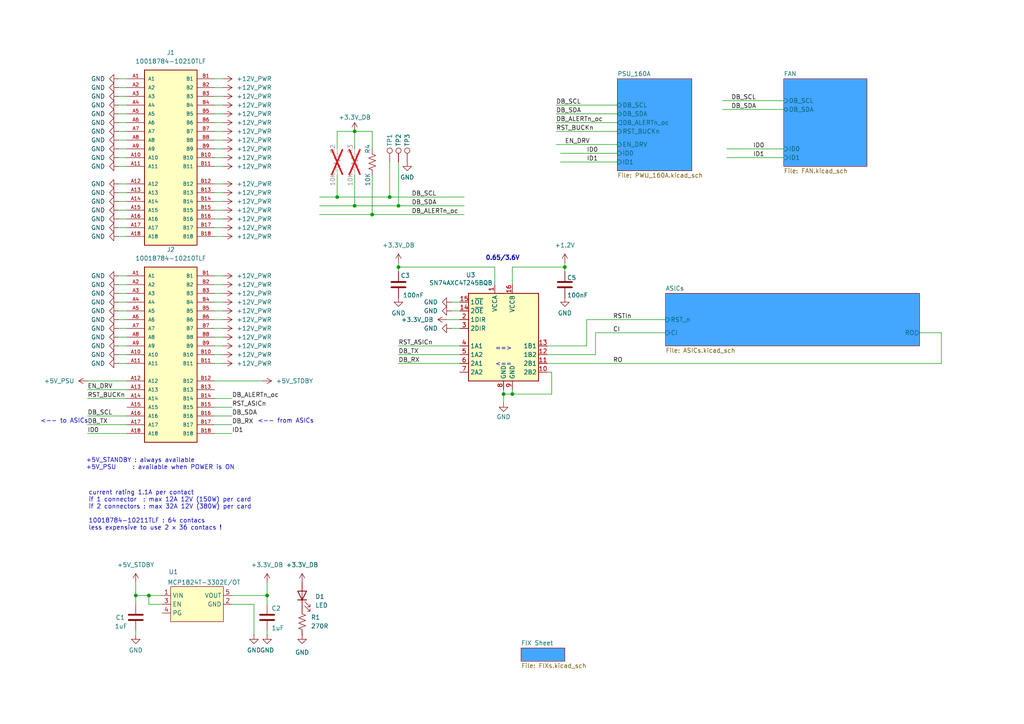
<source format=kicad_sch>
(kicad_sch (version 20231120) (generator "eeschema") (generator_version "8.0")
  (paper "A4")
  (lib_symbols
    (symbol "10018784-10210TLF:10018784-10210TLF" (pin_names (offset 1.016))
      (property "Reference" "J" (at -7.6109 26.1679 0))
      (property "Value" "10018784-10210TLF" (at -7.6106 -28.0246 0))
      (symbol "10018784-10210TLF_0_0"
        (rectangle (start -7.62 -25.4) (end 7.62 25.4) (stroke (width 0.254)) (fill (type background)))
        (pin passive line (at -12.7 22.86 0) (length 5.08) (name "A1") (number "A1"))
        (pin passive line (at -12.7 0 0) (length 5.08) (name "A10") (number "A10"))
        (pin passive line (at -12.7 -2.54 0) (length 5.08) (name "A11") (number "A11"))
        (pin passive line (at -12.7 -7.62 0) (length 5.08) (name "A12") (number "A12"))
        (pin passive line (at -12.7 -10.16 0) (length 5.08) (name "A13") (number "A13"))
        (pin passive line (at -12.7 -12.7 0) (length 5.08) (name "A14") (number "A14"))
        (pin passive line (at -12.7 -15.24 0) (length 5.08) (name "A15") (number "A15"))
        (pin passive line (at -12.7 -17.78 0) (length 5.08) (name "A16") (number "A16"))
        (pin passive line (at -12.7 -20.32 0) (length 5.08) (name "A17") (number "A17"))
        (pin passive line (at -12.7 -22.86 0) (length 5.08) (name "A18") (number "A18"))
        (pin passive line (at -12.7 20.32 0) (length 5.08) (name "A2") (number "A2"))
        (pin passive line (at -12.7 17.78 0) (length 5.08) (name "A3") (number "A3"))
        (pin passive line (at -12.7 15.24 0) (length 5.08) (name "A4") (number "A4"))
        (pin passive line (at -12.7 12.7 0) (length 5.08) (name "A5") (number "A5"))
        (pin passive line (at -12.7 10.16 0) (length 5.08) (name "A6") (number "A6"))
        (pin passive line (at -12.7 7.62 0) (length 5.08) (name "A7") (number "A7"))
        (pin passive line (at -12.7 5.08 0) (length 5.08) (name "A8") (number "A8"))
        (pin passive line (at -12.7 2.54 0) (length 5.08) (name "A9") (number "A9"))
        (pin passive line (at 12.7 22.86 180) (length 5.08) (name "B1") (number "B1"))
        (pin passive line (at 12.7 0 180) (length 5.08) (name "B10") (number "B10"))
        (pin passive line (at 12.7 -2.54 180) (length 5.08) (name "B11") (number "B11"))
        (pin passive line (at 12.7 -7.62 180) (length 5.08) (name "B12") (number "B12"))
        (pin passive line (at 12.7 -10.16 180) (length 5.08) (name "B13") (number "B13"))
        (pin passive line (at 12.7 -12.7 180) (length 5.08) (name "B14") (number "B14"))
        (pin passive line (at 12.7 -15.24 180) (length 5.08) (name "B15") (number "B15"))
        (pin passive line (at 12.7 -17.78 180) (length 5.08) (name "B16") (number "B16"))
        (pin passive line (at 12.7 -20.32 180) (length 5.08) (name "B17") (number "B17"))
        (pin passive line (at 12.7 -22.86 180) (length 5.08) (name "B18") (number "B18"))
        (pin passive line (at 12.7 20.32 180) (length 5.08) (name "B2") (number "B2"))
        (pin passive line (at 12.7 17.78 180) (length 5.08) (name "B3") (number "B3"))
        (pin passive line (at 12.7 15.24 180) (length 5.08) (name "B4") (number "B4"))
        (pin passive line (at 12.7 12.7 180) (length 5.08) (name "B5") (number "B5"))
        (pin passive line (at 12.7 10.16 180) (length 5.08) (name "B6") (number "B6"))
        (pin passive line (at 12.7 7.62 180) (length 5.08) (name "B7") (number "B7"))
        (pin passive line (at 12.7 5.08 180) (length 5.08) (name "B8") (number "B8"))
        (pin passive line (at 12.7 2.54 180) (length 5.08) (name "B9") (number "B9"))
      )
    )
    (symbol "Connector:TestPoint" (pin_numbers hide) (pin_names (offset 0.762) hide)
      (property "Reference" "TP" (at 0 6.858 0))
      (property "Value" "TestPoint" (at 0 5.08 0))
      (symbol "TestPoint_0_1"
        (circle (center 0 3.302) (radius 0.762))
      )
      (symbol "TestPoint_1_1"
        (pin passive line (at 0 0 90) (length 2.54) (name "1") (number "1"))
      )
    )
    (symbol "Device:C" (pin_numbers hide) (pin_names (offset 0.254))
      (property "Reference" "C" (at 0.635 2.54 0))
      (property "Value" "C" (at 0.635 -2.54 0))
      (symbol "C_0_1"
        (polyline (pts (xy -2.032 -0.762) (xy 2.032 -0.762)) (stroke (width 0.508)))
        (polyline (pts (xy -2.032 0.762) (xy 2.032 0.762)) (stroke (width 0.508)))
      )
      (symbol "C_1_1"
        (pin passive line (at 0 3.81 270) (length 2.794) (name "~") (number "1"))
        (pin passive line (at 0 -3.81 90) (length 2.794) (name "~") (number "2"))
      )
    )
    (symbol "Device:LED" (pin_numbers hide) (pin_names (offset 1.016) hide)
      (property "Reference" "D" (at 0 2.54 0))
      (property "Value" "LED" (at 0 -2.54 0))
      (symbol "LED_0_1"
        (polyline (pts (xy -1.27 -1.27) (xy -1.27 1.27)) (stroke (width 0.254)))
        (polyline (pts (xy -1.27 0) (xy 1.27 0)))
        (polyline (pts (xy 1.27 -1.27) (xy 1.27 1.27) (xy -1.27 0) (xy 1.27 -1.27)) (stroke (width 0.254)))
        (polyline (pts (xy -3.048 -0.762) (xy -4.572 -2.286) (xy -3.81 -2.286) (xy -4.572 -2.286) (xy -4.572 -1.524)))
        (polyline (pts (xy -1.778 -0.762) (xy -3.302 -2.286) (xy -2.54 -2.286) (xy -3.302 -2.286) (xy -3.302 -1.524)))
      )
      (symbol "LED_1_1"
        (pin passive line (at -3.81 0 0) (length 2.54) (name "K") (number "1"))
        (pin passive line (at 3.81 0 180) (length 2.54) (name "A") (number "2"))
      )
    )
    (symbol "Device:R_US" (pin_numbers hide) (pin_names (offset 0))
      (property "Reference" "R" (at 2.54 0 90))
      (property "Value" "R_US" (at -2.54 0 90))
      (symbol "R_US_0_1"
        (polyline (pts (xy 0 -2.286) (xy 0 -2.54)))
        (polyline (pts (xy 0 2.286) (xy 0 2.54)))
        (polyline (pts (xy 0 -0.762) (xy 1.016 -1.143) (xy 0 -1.524) (xy -1.016 -1.905) (xy 0 -2.286)))
        (polyline (pts (xy 0 0.762) (xy 1.016 0.381) (xy 0 0) (xy -1.016 -0.381) (xy 0 -0.762)))
        (polyline (pts (xy 0 2.286) (xy 1.016 1.905) (xy 0 1.524) (xy -1.016 1.143) (xy 0 0.762)))
      )
      (symbol "R_US_1_1"
        (pin passive line (at 0 3.81 270) (length 1.27) (name "~") (number "1"))
        (pin passive line (at 0 -3.81 90) (length 1.27) (name "~") (number "2"))
      )
    )
    (symbol "EKO_Miner_ASIClib:SN74AXC4T245BQB"
      (property "Reference" "U" (at 6.604 16.002 0))
      (property "Value" "SN74AXC4T245BQB" (at 14.986 13.97 0))
      (symbol "SN74AXC4T245BQB_0_1"
        (rectangle (start -10.16 12.7) (end 10.16 -12.7) (stroke (width 0.254)) (fill (type background)))
      )
      (symbol "SN74AXC4T245BQB_1_1"
        (pin power_in line (at -2.54 15.24 270) (length 2.54) (name "VCCA") (number "1"))
        (pin bidirectional line (at 12.7 -10.16 180) (length 2.54) (name "2B2") (number "10"))
        (pin bidirectional line (at 12.7 -7.62 180) (length 2.54) (name "2B1") (number "11"))
        (pin bidirectional line (at 12.7 -5.08 180) (length 2.54) (name "1B2") (number "12"))
        (pin bidirectional line (at 12.7 -2.54 180) (length 2.54) (name "1B1") (number "13"))
        (pin input line (at -12.7 7.62 0) (length 2.54) (name "2~{OE}") (number "14"))
        (pin input line (at -12.7 10.16 0) (length 2.54) (name "1~{OE}") (number "15"))
        (pin power_in line (at 2.54 15.24 270) (length 2.54) (name "VCCB") (number "16"))
        (pin input line (at -12.7 5.08 0) (length 2.54) (name "1DIR") (number "2"))
        (pin input line (at -12.7 2.54 0) (length 2.54) (name "2DIR") (number "3"))
        (pin bidirectional line (at -12.7 -2.54 0) (length 2.54) (name "1A1") (number "4"))
        (pin bidirectional line (at -12.7 -5.08 0) (length 2.54) (name "1A2") (number "5"))
        (pin bidirectional line (at -12.7 -7.62 0) (length 2.54) (name "2A1") (number "6"))
        (pin bidirectional line (at -12.7 -10.16 0) (length 2.54) (name "2A2") (number "7"))
        (pin power_in line (at 0 -15.24 90) (length 2.54) (name "GND") (number "8"))
        (pin power_in line (at 2.54 -15.24 90) (length 2.54) (name "GND") (number "9"))
      )
    )
    (symbol "MCP1824_1"
      (property "Reference" "U" (at -7.62 5.08 0))
      (property "Value" "MCP1824_1" (at 5.08 5.08 0))
      (symbol "MCP1824_1_0_1"
        (rectangle (start -7.62 3.81) (end 7.62 -6.35) (stroke (width 0.1524)) (fill (type background)))
      )
      (symbol "MCP1824_1_1_0"
        (pin bidirectional line (at -10.16 1.27 0) (length 2.54) (name "VIN") (number "1"))
        (pin bidirectional line (at 10.16 -1.27 180) (length 2.54) (name "GND") (number "2"))
        (pin bidirectional line (at -10.16 -1.27 0) (length 2.54) (name "EN") (number "3"))
        (pin bidirectional line (at -10.16 -3.81 0) (length 2.54) (name "PG") (number "4"))
        (pin bidirectional line (at 10.16 1.27 180) (length 2.54) (name "VOUT") (number "5"))
      )
    )
    (symbol "power:+3.3V" (power) (pin_names (offset 0))
      (property "Value" "+3.3V" (at 0 3.556 0))
      (symbol "+3.3V_0_1"
        (polyline (pts (xy -0.762 1.27) (xy 0 2.54)))
        (polyline (pts (xy 0 0) (xy 0 2.54)))
        (polyline (pts (xy 0 2.54) (xy 0.762 1.27)))
      )
      (symbol "+3.3V_1_1"
        (pin power_in line (at 0 0 90) (length 0) hide (name "+3.3V") (number "1"))
      )
    )
    (symbol "power:GND" (power) (pin_numbers hide) (pin_names (offset 0) hide)
      (property "Value" "GND" (at 0 -3.81 0))
      (symbol "GND_0_1"
        (polyline (pts (xy 0 0) (xy 0 -1.27) (xy 1.27 -1.27) (xy 0 -2.54) (xy -1.27 -1.27) (xy 0 -1.27)))
      )
      (symbol "GND_1_1"
        (pin power_in line (at 0 0 270) (length 0) (name "~") (number "1"))
      )
    )
    (symbol "power:VDD" (power) (pin_numbers hide) (pin_names (offset 0) hide)
      (property "Value" "VDD" (at 0 3.556 0))
      (symbol "VDD_0_1"
        (polyline (pts (xy -0.762 1.27) (xy 0 2.54)))
        (polyline (pts (xy 0 0) (xy 0 2.54)))
        (polyline (pts (xy 0 2.54) (xy 0.762 1.27)))
      )
      (symbol "VDD_1_1"
        (pin power_in line (at 0 0 90) (length 0) (name "~") (number "1"))
      )
    )
  )
  (junction (at 97.79 57.15))
  (junction (at 102.87 38.1))
  (junction (at 146.05 114.3))
  (junction (at 115.57 77.47))
  (junction (at 107.95 62.23))
  (junction (at 115.57 59.69))
  (junction (at 39.37 172.72))
  (junction (at 77.47 172.72))
  (junction (at 102.87 59.69))
  (junction (at 163.83 77.47))
  (junction (at 113.03 57.15))
  (junction (at 43.18 172.72))
  (junction (at 148.59 114.3))
  (wire (pts (xy 92.71 57.15) (xy 97.79 57.15)))
  (wire (pts (xy 133.35 92.71) (xy 129.54 92.71)))
  (wire (pts (xy 115.57 102.87) (xy 133.35 102.87)))
  (wire (pts (xy 39.37 172.72) (xy 39.37 175.26)))
  (wire (pts (xy 62.23 33.02) (xy 64.77 33.02)))
  (wire (pts (xy 158.75 100.33) (xy 170.18 100.33)))
  (wire (pts (xy 107.95 62.23) (xy 134.62 62.23)))
  (wire (pts (xy 107.95 50.8) (xy 107.95 62.23)))
  (wire (pts (xy 62.23 43.18) (xy 64.77 43.18)))
  (wire (pts (xy 25.4 110.49) (xy 36.83 110.49)))
  (wire (pts (xy 25.4 120.65) (xy 36.83 120.65)))
  (wire (pts (xy 39.37 168.91) (xy 39.37 172.72)))
  (wire (pts (xy 34.29 102.87) (xy 36.83 102.87)))
  (wire (pts (xy 25.4 123.19) (xy 36.83 123.19)))
  (wire (pts (xy 64.77 92.71) (xy 62.23 92.71)))
  (wire (pts (xy 170.18 100.33) (xy 170.18 92.71)))
  (wire (pts (xy 62.23 60.96) (xy 64.77 60.96)))
  (wire (pts (xy 34.29 33.02) (xy 36.83 33.02)))
  (wire (pts (xy 209.55 29.21) (xy 227.33 29.21)))
  (wire (pts (xy 146.05 114.3) (xy 148.59 114.3)))
  (wire (pts (xy 34.29 100.33) (xy 36.83 100.33)))
  (wire (pts (xy 34.29 60.96) (xy 36.83 60.96)))
  (wire (pts (xy 273.05 105.41) (xy 273.05 96.52)))
  (wire (pts (xy 39.37 172.72) (xy 43.18 172.72)))
  (wire (pts (xy 34.29 87.63) (xy 36.83 87.63)))
  (wire (pts (xy 179.07 46.99) (xy 162.56 46.99)))
  (wire (pts (xy 64.77 87.63) (xy 62.23 87.63)))
  (wire (pts (xy 34.29 53.34) (xy 36.83 53.34)))
  (wire (pts (xy 43.18 172.72) (xy 46.99 172.72)))
  (wire (pts (xy 77.47 184.15) (xy 77.47 182.88)))
  (wire (pts (xy 34.29 45.72) (xy 36.83 45.72)))
  (wire (pts (xy 64.77 22.86) (xy 62.23 22.86)))
  (wire (pts (xy 34.29 55.88) (xy 36.83 55.88)))
  (wire (pts (xy 34.29 22.86) (xy 36.83 22.86)))
  (wire (pts (xy 113.03 57.15) (xy 134.62 57.15)))
  (wire (pts (xy 115.57 78.74) (xy 115.57 77.47)))
  (wire (pts (xy 34.29 40.64) (xy 36.83 40.64)))
  (wire (pts (xy 158.75 102.87) (xy 172.72 102.87)))
  (wire (pts (xy 73.66 184.15) (xy 73.66 175.26)))
  (wire (pts (xy 115.57 105.41) (xy 133.35 105.41)))
  (wire (pts (xy 97.79 38.1) (xy 102.87 38.1)))
  (wire (pts (xy 148.59 77.47) (xy 148.59 82.55)))
  (wire (pts (xy 163.83 78.74) (xy 163.83 77.47)))
  (wire (pts (xy 34.29 90.17) (xy 36.83 90.17)))
  (wire (pts (xy 34.29 38.1) (xy 36.83 38.1)))
  (wire (pts (xy 146.05 114.3) (xy 146.05 116.84)))
  (wire (pts (xy 34.29 35.56) (xy 36.83 35.56)))
  (wire (pts (xy 62.23 110.49) (xy 76.2 110.49)))
  (wire (pts (xy 158.75 107.95) (xy 160.02 107.95)))
  (wire (pts (xy 64.77 63.5) (xy 62.23 63.5)))
  (wire (pts (xy 148.59 114.3) (xy 160.02 114.3)))
  (wire (pts (xy 62.23 125.73) (xy 67.31 125.73)))
  (wire (pts (xy 64.77 30.48) (xy 62.23 30.48)))
  (wire (pts (xy 179.07 44.45) (xy 162.56 44.45)))
  (wire (pts (xy 64.77 45.72) (xy 62.23 45.72)))
  (wire (pts (xy 34.29 80.01) (xy 36.83 80.01)))
  (wire (pts (xy 115.57 46.99) (xy 115.57 59.69)))
  (wire (pts (xy 227.33 43.18) (xy 210.82 43.18)))
  (wire (pts (xy 34.29 27.94) (xy 36.83 27.94)))
  (wire (pts (xy 102.87 50.8) (xy 102.87 59.69)))
  (wire (pts (xy 161.29 30.48) (xy 179.07 30.48)))
  (wire (pts (xy 227.33 45.72) (xy 210.82 45.72)))
  (wire (pts (xy 62.23 25.4) (xy 64.77 25.4)))
  (wire (pts (xy 115.57 100.33) (xy 133.35 100.33)))
  (wire (pts (xy 102.87 38.1) (xy 102.87 43.18)))
  (wire (pts (xy 34.29 97.79) (xy 36.83 97.79)))
  (wire (pts (xy 64.77 58.42) (xy 62.23 58.42)))
  (wire (pts (xy 34.29 85.09) (xy 36.83 85.09)))
  (wire (pts (xy 62.23 90.17) (xy 64.77 90.17)))
  (wire (pts (xy 62.23 120.65) (xy 67.31 120.65)))
  (wire (pts (xy 115.57 77.47) (xy 115.57 76.2)))
  (wire (pts (xy 133.35 90.17) (xy 130.81 90.17)))
  (wire (pts (xy 64.77 97.79) (xy 62.23 97.79)))
  (wire (pts (xy 43.18 172.72) (xy 43.18 175.26)))
  (wire (pts (xy 77.47 172.72) (xy 77.47 175.26)))
  (wire (pts (xy 25.4 115.57) (xy 36.83 115.57)))
  (wire (pts (xy 64.77 40.64) (xy 62.23 40.64)))
  (wire (pts (xy 133.35 95.25) (xy 130.81 95.25)))
  (wire (pts (xy 102.87 59.69) (xy 115.57 59.69)))
  (wire (pts (xy 62.23 66.04) (xy 64.77 66.04)))
  (wire (pts (xy 62.23 115.57) (xy 67.31 115.57)))
  (wire (pts (xy 146.05 113.03) (xy 146.05 114.3)))
  (wire (pts (xy 34.29 82.55) (xy 36.83 82.55)))
  (wire (pts (xy 62.23 95.25) (xy 64.77 95.25)))
  (wire (pts (xy 34.29 43.18) (xy 36.83 43.18)))
  (wire (pts (xy 62.23 105.41) (xy 64.77 105.41)))
  (wire (pts (xy 97.79 43.18) (xy 97.79 38.1)))
  (wire (pts (xy 97.79 57.15) (xy 113.03 57.15)))
  (wire (pts (xy 64.77 53.34) (xy 62.23 53.34)))
  (wire (pts (xy 161.29 35.56) (xy 179.07 35.56)))
  (wire (pts (xy 170.18 92.71) (xy 193.04 92.71)))
  (wire (pts (xy 34.29 95.25) (xy 36.83 95.25)))
  (wire (pts (xy 64.77 35.56) (xy 62.23 35.56)))
  (wire (pts (xy 273.05 96.52) (xy 266.7 96.52)))
  (wire (pts (xy 34.29 58.42) (xy 36.83 58.42)))
  (wire (pts (xy 34.29 66.04) (xy 36.83 66.04)))
  (wire (pts (xy 115.57 77.47) (xy 143.51 77.47)))
  (wire (pts (xy 113.03 46.99) (xy 113.03 57.15)))
  (wire (pts (xy 73.66 175.26) (xy 67.31 175.26)))
  (wire (pts (xy 160.02 107.95) (xy 160.02 114.3)))
  (wire (pts (xy 62.23 118.11) (xy 67.31 118.11)))
  (wire (pts (xy 161.29 33.02) (xy 179.07 33.02)))
  (wire (pts (xy 172.72 96.52) (xy 193.04 96.52)))
  (wire (pts (xy 161.29 38.1) (xy 179.07 38.1)))
  (wire (pts (xy 64.77 68.58) (xy 62.23 68.58)))
  (wire (pts (xy 77.47 168.91) (xy 77.47 172.72)))
  (wire (pts (xy 34.29 48.26) (xy 36.83 48.26)))
  (wire (pts (xy 163.83 77.47) (xy 163.83 76.2)))
  (wire (pts (xy 148.59 113.03) (xy 148.59 114.3)))
  (wire (pts (xy 158.75 105.41) (xy 273.05 105.41)))
  (wire (pts (xy 143.51 82.55) (xy 143.51 77.47)))
  (wire (pts (xy 115.57 59.69) (xy 134.62 59.69)))
  (wire (pts (xy 62.23 100.33) (xy 64.77 100.33)))
  (wire (pts (xy 34.29 63.5) (xy 36.83 63.5)))
  (wire (pts (xy 148.59 77.47) (xy 163.83 77.47)))
  (wire (pts (xy 34.29 68.58) (xy 36.83 68.58)))
  (wire (pts (xy 25.4 125.73) (xy 36.83 125.73)))
  (wire (pts (xy 62.23 38.1) (xy 64.77 38.1)))
  (wire (pts (xy 34.29 92.71) (xy 36.83 92.71)))
  (wire (pts (xy 62.23 48.26) (xy 64.77 48.26)))
  (wire (pts (xy 97.79 50.8) (xy 97.79 57.15)))
  (wire (pts (xy 34.29 25.4) (xy 36.83 25.4)))
  (wire (pts (xy 25.4 113.03) (xy 36.83 113.03)))
  (wire (pts (xy 43.18 175.26) (xy 46.99 175.26)))
  (wire (pts (xy 62.23 82.55) (xy 64.77 82.55)))
  (wire (pts (xy 64.77 27.94) (xy 62.23 27.94)))
  (wire (pts (xy 62.23 55.88) (xy 64.77 55.88)))
  (wire (pts (xy 34.29 105.41) (xy 36.83 105.41)))
  (wire (pts (xy 172.72 102.87) (xy 172.72 96.52)))
  (wire (pts (xy 209.55 31.75) (xy 227.33 31.75)))
  (wire (pts (xy 92.71 62.23) (xy 107.95 62.23)))
  (wire (pts (xy 62.23 123.19) (xy 67.31 123.19)))
  (wire (pts (xy 64.77 85.09) (xy 62.23 85.09)))
  (wire (pts (xy 92.71 59.69) (xy 102.87 59.69)))
  (wire (pts (xy 161.29 41.91) (xy 179.07 41.91)))
  (wire (pts (xy 34.29 30.48) (xy 36.83 30.48)))
  (wire (pts (xy 107.95 38.1) (xy 107.95 43.18)))
  (wire (pts (xy 64.77 80.01) (xy 62.23 80.01)))
  (wire (pts (xy 64.77 102.87) (xy 62.23 102.87)))
  (wire (pts (xy 67.31 172.72) (xy 77.47 172.72)))
  (wire (pts (xy 39.37 184.15) (xy 39.37 182.88)))
  (wire (pts (xy 130.81 87.63) (xy 133.35 87.63)))
  (wire (pts (xy 102.87 38.1) (xy 107.95 38.1)))
  (text "<-- from ASICs" (at 74.676 122.174 0) (effects (font (size 1.27 1.27)) (justify left)))
  (text "==>" (at 146.05 101.092 0) (effects (font (size 1.27 1.27))))
  (text "0.65/3.6V" (at 145.796 74.93 0) (effects (font (size 1.27 1.27) (bold yes))))
  (text "<==" (at 146.05 105.664 0) (effects (font (size 1.27 1.27))))
  (text "<-- to ASICs" (at 11.684 122.174 0) (effects (font (size 1.27 1.27)) (justify left)))
  (text "current rating 1.1A per contact\nif 1 connector  : max 12A 12V (150W) per card\nif 2 connectors : max 32A 12V (380W) per card\n\n10018784-10211TLF : 64 contacs\nless expensive to use 2 x 36 contacs !" (at 25.654 148.082 0) (effects (font (size 1.27 1.27)) (justify left)))
  (text "+5V_STANDBY : always available\n+5V_PSU     : available when POWER is ON" (at 24.892 134.62 0) (effects (font (size 1.27 1.27)) (justify left)))
  (label "RST_BUCKn" (at 25.4 115.57 0))
  (label "DB_RX" (at 115.57 105.41 0))
  (label "EN_DRV" (at 25.4 113.03 0))
  (label "DB_SDA" (at 67.31 120.65 0))
  (label "DB_SCL" (at 212.09 29.21 0))
  (label "RSTIn" (at 177.8 92.71 0))
  (label "RST_ASICn" (at 115.57 100.33 0))
  (label "DB_ALERTn_oc" (at 161.29 35.56 0))
  (label "CI" (at 177.8 96.52 0))
  (label "DB_ALERTn_oc" (at 67.31 115.57 0))
  (label "DB_ALERTn_oc" (at 119.38 62.23 0))
  (label "ID1" (at 170.18 46.99 0))
  (label "DB_SCL" (at 25.4 120.65 0))
  (label "DB_SDA" (at 161.29 33.02 0))
  (label "ID1" (at 218.44 45.72 0))
  (label "DB_TX" (at 115.57 102.87 0))
  (label "DB_SCL" (at 119.38 57.15 0))
  (label "ID1" (at 67.31 125.73 0))
  (label "RST_ASICn" (at 67.31 118.11 0))
  (label "ID0" (at 25.4 125.73 0))
  (label "ID0" (at 218.44 43.18 0))
  (label "RST_BUCKn" (at 161.29 38.1 0))
  (label "RO" (at 177.8 105.41 0))
  (label "DB_SDA" (at 119.38 59.69 0))
  (label "DB_RX" (at 67.31 123.19 0))
  (label "EN_DRV" (at 163.83 41.91 0))
  (label "ID0" (at 170.18 44.45 0))
  (label "DB_TX" (at 25.4 123.19 0))
  (label "DB_SDA" (at 212.09 31.75 0))
  (label "DB_SCL" (at 161.29 30.48 0))
  (symbol (lib_id "power:GND") (at 73.66 184.15 0) (mirror y) (unit 1)
    (property "Reference" "#PWR062" (effects (hide yes)))
    (property "Value" "GND" (at 73.66 188.595 0))
  )
  (symbol (lib_id "power:+3.3V") (at 102.87 38.1 0) (unit 1)
    (property "Reference" "#PWR068" (effects (hide yes)))
    (property "Value" "+3.3V_DB" (at 102.87 34.036 0))
  )
  (symbol (lib_id "power:+3.3V") (at 64.77 22.86 270) (unit 1)
    (property "Reference" "#PWR033" (effects (hide yes)))
    (property "Value" "+12V_PWR" (at 68.58 22.8599 90) (effects (justify left)))
  )
  (symbol (lib_id "power:GND") (at 39.37 184.15 0) (mirror y) (unit 1)
    (property "Reference" "#PWR032" (effects (hide yes)))
    (property "Value" "GND" (at 39.37 188.595 0))
  )
  (symbol (lib_id "power:GND") (at 34.29 48.26 270) (unit 1)
    (property "Reference" "#PWR012" (effects (hide yes)))
    (property "Value" "GND" (at 30.48 48.2599 90) (effects (justify right)))
    (property "Description" "Power symbol creates a global label with name \"GND\" , ground" (effects (hide yes)))
  )
  (symbol (lib_id "power:+3.3V") (at 64.77 27.94 270) (unit 1)
    (property "Reference" "#PWR035" (effects (hide yes)))
    (property "Value" "+12V_PWR" (at 68.58 27.9399 90) (effects (justify left)))
  )
  (symbol (lib_id "power:GND") (at 34.29 27.94 270) (unit 1)
    (property "Reference" "#PWR04" (effects (hide yes)))
    (property "Value" "GND" (at 30.48 27.9399 90) (effects (justify right)))
    (property "Description" "Power symbol creates a global label with name \"GND\" , ground" (effects (hide yes)))
  )
  (symbol (lib_id "power:GND") (at 34.29 25.4 270) (unit 1)
    (property "Reference" "#PWR03" (effects (hide yes)))
    (property "Value" "GND" (at 30.48 25.3999 90) (effects (justify right)))
    (property "Description" "Power symbol creates a global label with name \"GND\" , ground" (effects (hide yes)))
  )
  (symbol (lib_id "power:+3.3V") (at 64.77 60.96 270) (unit 1)
    (property "Reference" "#PWR047" (effects (hide yes)))
    (property "Value" "+12V_PWR" (at 68.58 60.9599 90) (effects (justify left)))
  )
  (symbol (lib_id "power:GND") (at 34.29 63.5 270) (unit 1)
    (property "Reference" "#PWR017" (effects (hide yes)))
    (property "Value" "GND" (at 30.48 63.4999 90) (effects (justify right)))
    (property "Description" "Power symbol creates a global label with name \"GND\" , ground" (effects (hide yes)))
  )
  (symbol (lib_id "power:+3.3V") (at 64.77 90.17 270) (unit 1)
    (property "Reference" "#PWR055" (effects (hide yes)))
    (property "Value" "+12V_PWR" (at 68.58 90.1699 90) (effects (justify left)))
  )
  (symbol (lib_id "power:GND") (at 34.29 100.33 270) (unit 1)
    (property "Reference" "#PWR028" (effects (hide yes)))
    (property "Value" "GND" (at 30.48 100.3299 90) (effects (justify right)))
    (property "Description" "Power symbol creates a global label with name \"GND\" , ground" (effects (hide yes)))
  )
  (symbol (lib_id "power:GND") (at 34.29 33.02 270) (unit 1)
    (property "Reference" "#PWR06" (effects (hide yes)))
    (property "Value" "GND" (at 30.48 33.0199 90) (effects (justify right)))
    (property "Description" "Power symbol creates a global label with name \"GND\" , ground" (effects (hide yes)))
  )
  (symbol (lib_id "power:GND") (at 34.29 58.42 270) (unit 1)
    (property "Reference" "#PWR015" (effects (hide yes)))
    (property "Value" "GND" (at 30.48 58.4199 90) (effects (justify right)))
    (property "Description" "Power symbol creates a global label with name \"GND\" , ground" (effects (hide yes)))
  )
  (symbol (lib_id "power:GND") (at 115.57 86.36 0) (mirror y) (unit 1)
    (property "Reference" "#PWR070" (effects (hide yes)))
    (property "Value" "GND" (at 115.57 90.805 0))
  )
  (symbol (lib_id "power:GND") (at 130.81 95.25 270) (mirror x) (unit 1)
    (property "Reference" "#PWR077" (effects (hide yes)))
    (property "Value" "GND" (at 127 95.2499 90) (effects (justify right)))
  )
  (symbol (lib_id "power:+3.3V") (at 64.77 48.26 270) (unit 1)
    (property "Reference" "#PWR043" (effects (hide yes)))
    (property "Value" "+12V_PWR" (at 68.58 48.2599 90) (effects (justify left)))
  )
  (symbol (lib_id "power:+3.3V") (at 115.57 76.2 0) (unit 1)
    (property "Reference" "#PWR069" (effects (hide yes)))
    (property "Value" "+3.3V_DB" (at 115.57 71.12 0))
  )
  (symbol (lib_id "power:GND") (at 34.29 30.48 270) (unit 1)
    (property "Reference" "#PWR05" (effects (hide yes)))
    (property "Value" "GND" (at 30.48 30.4799 90) (effects (justify right)))
    (property "Description" "Power symbol creates a global label with name \"GND\" , ground" (effects (hide yes)))
  )
  (symbol (lib_id "power:+3.3V") (at 64.77 25.4 270) (unit 1)
    (property "Reference" "#PWR034" (effects (hide yes)))
    (property "Value" "+12V_PWR" (at 68.58 25.3999 90) (effects (justify left)))
  )
  (symbol (lib_id "Device:C") (at 77.47 179.07 0) (unit 1)
    (property "Reference" "C2" (at 78.74 177.165 0) (effects (justify left bottom)))
    (property "Value" "1uF" (at 78.74 182.88 0) (effects (justify left bottom)))
    (property "Footprint" "Capacitor_SMD:C_0805_2012Metric_Pad1.18x1.45mm_HandSolder" (effects (hide yes)))
  )
  (symbol (lib_id "power:+3.3V") (at 64.77 58.42 270) (unit 1)
    (property "Reference" "#PWR046" (effects (hide yes)))
    (property "Value" "+12V_PWR" (at 68.58 58.4199 90) (effects (justify left)))
  )
  (symbol (lib_id "power:+3.3V") (at 64.77 85.09 270) (unit 1)
    (property "Reference" "#PWR053" (effects (hide yes)))
    (property "Value" "+12V_PWR" (at 68.58 85.0899 90) (effects (justify left)))
  )
  (symbol (lib_id "power:+3.3V") (at 64.77 33.02 270) (unit 1)
    (property "Reference" "#PWR037" (effects (hide yes)))
    (property "Value" "+12V_PWR" (at 68.58 33.0199 90) (effects (justify left)))
  )
  (symbol (lib_id "Device:R_US") (at 107.95 46.99 180) (unit 1)
    (property "Reference" "R4" (at 106.68 43.18 90))
    (property "Value" "10K" (at 106.68 52.07 90))
    (property "Footprint" "Resistor_SMD:R_0805_2012Metric_Pad1.20x1.40mm_HandSolder" (effects (hide yes)))
  )
  (symbol (lib_id "power:GND") (at 87.63 184.15 0) (unit 1)
    (property "Reference" "#PWR067" (effects (hide yes)))
    (property "Value" "GND" (at 87.63 189.23 0))
    (property "Description" "Power symbol creates a global label with name \"GND\" , ground" (effects (hide yes)))
  )
  (symbol (lib_id "power:+3.3V") (at 64.77 87.63 270) (unit 1)
    (property "Reference" "#PWR054" (effects (hide yes)))
    (property "Value" "+12V_PWR" (at 68.58 87.6299 90) (effects (justify left)))
  )
  (symbol (lib_id "power:+3.3V") (at 64.77 66.04 270) (unit 1)
    (property "Reference" "#PWR049" (effects (hide yes)))
    (property "Value" "+12V_PWR" (at 68.58 66.0399 90) (effects (justify left)))
  )
  (symbol (lib_id "Device:C") (at 163.83 82.55 0) (unit 1)
    (property "Reference" "C5" (at 164.465 81.28 0) (effects (justify left bottom)))
    (property "Value" "100nF" (at 164.465 86.36 0) (effects (justify left bottom)))
    (property "Footprint" "Capacitor_SMD:C_0805_2012Metric_Pad1.18x1.45mm_HandSolder" (effects (hide yes)))
  )
  (symbol (lib_id "power:GND") (at 34.29 55.88 270) (unit 1)
    (property "Reference" "#PWR014" (effects (hide yes)))
    (property "Value" "GND" (at 30.48 55.8799 90) (effects (justify right)))
    (property "Description" "Power symbol creates a global label with name \"GND\" , ground" (effects (hide yes)))
  )
  (symbol (lib_id "power:+3.3V") (at 64.77 40.64 270) (unit 1)
    (property "Reference" "#PWR040" (effects (hide yes)))
    (property "Value" "+12V_PWR" (at 68.58 40.6399 90) (effects (justify left)))
  )
  (symbol (lib_id "power:GND") (at 34.29 80.01 270) (unit 1)
    (property "Reference" "#PWR020" (effects (hide yes)))
    (property "Value" "GND" (at 30.48 80.0099 90) (effects (justify right)))
    (property "Description" "Power symbol creates a global label with name \"GND\" , ground" (effects (hide yes)))
  )
  (symbol (lib_id "power:+3.3V") (at 64.77 38.1 270) (unit 1)
    (property "Reference" "#PWR039" (effects (hide yes)))
    (property "Value" "+12V_PWR" (at 68.58 38.0999 90) (effects (justify left)))
  )
  (symbol (lib_id "power:+3.3V") (at 64.77 45.72 270) (unit 1)
    (property "Reference" "#PWR042" (effects (hide yes)))
    (property "Value" "+12V_PWR" (at 68.58 45.7199 90) (effects (justify left)))
  )
  (symbol (lib_id "Device:R_US") (at 87.63 180.34 180) (unit 1)
    (property "Reference" "R1" (at 90.17 179.0699 0) (effects (justify right)))
    (property "Value" "270R" (at 90.17 181.6099 0) (effects (justify right)))
    (property "Footprint" "Resistor_SMD:R_0805_2012Metric_Pad1.20x1.40mm_HandSolder" (effects (hide yes)))
  )
  (symbol (lib_id "power:+3.3V") (at 64.77 95.25 270) (unit 1)
    (property "Reference" "#PWR057" (effects (hide yes)))
    (property "Value" "+12V_PWR" (at 68.58 95.2499 90) (effects (justify left)))
  )
  (symbol (lib_id "Device:LED") (at 87.63 172.72 90) (unit 1)
    (property "Reference" "D1" (at 91.44 173.0374 90) (effects (justify right)))
    (property "Value" "LED" (at 91.44 175.5774 90) (effects (justify right)))
    (property "Footprint" "LED_SMD:LED_0805_2012Metric_Pad1.15x1.40mm_HandSolder" (effects (hide yes)))
    (property "Description" "Light emitting diode" (effects (hide yes)))
  )
  (symbol (lib_id "Connector:TestPoint") (at 118.11 46.99 0) (mirror y) (unit 1) (in_bom no)
    (property "Reference" "TP3" (at 118.11 40.64 90))
    (property "Value" "TestPoint" (effects (hide yes)))
    (property "Footprint" "TestPoint:TestPoint_THTPad_2.0x2.0mm_Drill1.0mm" (effects (hide yes)))
  )
  (symbol (lib_id "Connector:TestPoint") (at 113.03 46.99 0) (mirror y) (unit 1) (in_bom no)
    (property "Reference" "TP1" (at 113.03 40.64 90))
    (property "Value" "TestPoint" (effects (hide yes)))
    (property "Footprint" "TestPoint:TestPoint_THTPad_2.0x2.0mm_Drill1.0mm" (effects (hide yes)))
  )
  (symbol (lib_id "power:GND") (at 34.29 60.96 270) (unit 1)
    (property "Reference" "#PWR016" (effects (hide yes)))
    (property "Value" "GND" (at 30.48 60.9599 90) (effects (justify right)))
    (property "Description" "Power symbol creates a global label with name \"GND\" , ground" (effects (hide yes)))
  )
  (symbol (lib_id "power:GND") (at 130.81 90.17 270) (mirror x) (unit 1)
    (property "Reference" "#PWR076" (effects (hide yes)))
    (property "Value" "GND" (at 127 90.1699 90) (effects (justify right)))
  )
  (symbol (lib_id "Device:R_US") (at 97.79 46.99 180) (unit 1) (dnp yes)
    (property "Reference" "R2" (at 96.52 43.18 90))
    (property "Value" "10K" (at 96.52 52.07 90))
    (property "Footprint" "Resistor_SMD:R_0805_2012Metric_Pad1.20x1.40mm_HandSolder" (effects (hide yes)))
  )
  (symbol (lib_id "power:GND") (at 34.29 90.17 270) (unit 1)
    (property "Reference" "#PWR024" (effects (hide yes)))
    (property "Value" "GND" (at 30.48 90.1699 90) (effects (justify right)))
    (property "Description" "Power symbol creates a global label with name \"GND\" , ground" (effects (hide yes)))
  )
  (symbol (lib_id "power:+3.3V") (at 64.77 53.34 270) (unit 1)
    (property "Reference" "#PWR044" (effects (hide yes)))
    (property "Value" "+12V_PWR" (at 68.58 53.3399 90) (effects (justify left)))
  )
  (symbol (lib_id "power:+3.3V") (at 76.2 110.49 270) (unit 1)
    (property "Reference" "#PWR063" (effects (hide yes)))
    (property "Value" "+5V_STDBY" (at 80.01 110.4899 90) (effects (justify left)))
  )
  (symbol (lib_id "power:+3.3V") (at 64.77 80.01 270) (unit 1)
    (property "Reference" "#PWR051" (effects (hide yes)))
    (property "Value" "+12V_PWR" (at 68.58 80.0099 90) (effects (justify left)))
  )
  (symbol (lib_id "power:+3.3V") (at 64.77 68.58 270) (unit 1)
    (property "Reference" "#PWR050" (effects (hide yes)))
    (property "Value" "+12V_PWR" (at 68.58 68.5799 90) (effects (justify left)))
  )
  (symbol (lib_id "power:GND") (at 34.29 35.56 270) (unit 1)
    (property "Reference" "#PWR07" (effects (hide yes)))
    (property "Value" "GND" (at 30.48 35.5599 90) (effects (justify right)))
    (property "Description" "Power symbol creates a global label with name \"GND\" , ground" (effects (hide yes)))
  )
  (symbol (lib_id "power:GND") (at 146.05 116.84 0) (unit 1)
    (property "Reference" "#PWR078" (effects (hide yes)))
    (property "Value" "GND" (at 146.05 120.904 0))
    (property "Description" "Power symbol creates a global label with name \"GND\" , ground" (effects (hide yes)))
  )
  (symbol (lib_id "power:+3.3V") (at 64.77 82.55 270) (unit 1)
    (property "Reference" "#PWR052" (effects (hide yes)))
    (property "Value" "+12V_PWR" (at 68.58 82.5499 90) (effects (justify left)))
  )
  (symbol (lib_id "power:GND") (at 34.29 92.71 270) (unit 1)
    (property "Reference" "#PWR025" (effects (hide yes)))
    (property "Value" "GND" (at 30.48 92.7099 90) (effects (justify right)))
    (property "Description" "Power symbol creates a global label with name \"GND\" , ground" (effects (hide yes)))
  )
  (symbol (lib_id "power:VDD") (at 163.83 76.2 0) (unit 1)
    (property "Reference" "#PWR081" (effects (hide yes)))
    (property "Value" "+1.2V" (at 163.83 71.12 0))
    (property "Description" "Power symbol creates a global label with name \"VDD\"" (effects (hide yes)))
  )
  (symbol (lib_id "power:+3.3V") (at 64.77 55.88 270) (unit 1)
    (property "Reference" "#PWR045" (effects (hide yes)))
    (property "Value" "+12V_PWR" (at 68.58 55.8799 90) (effects (justify left)))
  )
  (symbol (lib_id "Device:R_US") (at 102.87 46.99 180) (unit 1) (dnp yes)
    (property "Reference" "R3" (at 101.6 43.18 90))
    (property "Value" "10K" (at 101.6 52.07 90))
    (property "Footprint" "Resistor_SMD:R_0805_2012Metric_Pad1.20x1.40mm_HandSolder" (effects (hide yes)))
  )
  (symbol (lib_id "power:+3.3V") (at 64.77 100.33 270) (unit 1)
    (property "Reference" "#PWR059" (effects (hide yes)))
    (property "Value" "+12V_PWR" (at 68.58 100.3299 90) (effects (justify left)))
  )
  (symbol (lib_id "power:GND") (at 34.29 97.79 270) (unit 1)
    (property "Reference" "#PWR027" (effects (hide yes)))
    (property "Value" "GND" (at 30.48 97.7899 90) (effects (justify right)))
    (property "Description" "Power symbol creates a global label with name \"GND\" , ground" (effects (hide yes)))
  )
  (symbol (lib_id "power:+3.3V") (at 64.77 92.71 270) (unit 1)
    (property "Reference" "#PWR056" (effects (hide yes)))
    (property "Value" "+12V_PWR" (at 68.58 92.7099 90) (effects (justify left)))
  )
  (symbol (lib_id "power:GND") (at 34.29 95.25 270) (unit 1)
    (property "Reference" "#PWR026" (effects (hide yes)))
    (property "Value" "GND" (at 30.48 95.2499 90) (effects (justify right)))
    (property "Description" "Power symbol creates a global label with name \"GND\" , ground" (effects (hide yes)))
  )
  (symbol (lib_id "power:+3.3V") (at 64.77 105.41 270) (unit 1)
    (property "Reference" "#PWR061" (effects (hide yes)))
    (property "Value" "+12V_PWR" (at 68.58 105.4099 90) (effects (justify left)))
  )
  (symbol (lib_id "power:+3.3V") (at 129.54 92.71 90) (unit 1)
    (property "Reference" "#PWR074" (effects (hide yes)))
    (property "Value" "+3.3V_DB" (at 125.73 92.7099 90) (effects (justify left)))
  )
  (symbol (lib_id "power:GND") (at 34.29 66.04 270) (unit 1)
    (property "Reference" "#PWR018" (effects (hide yes)))
    (property "Value" "GND" (at 30.48 66.0399 90) (effects (justify right)))
    (property "Description" "Power symbol creates a global label with name \"GND\" , ground" (effects (hide yes)))
  )
  (symbol (lib_id "power:GND") (at 163.83 86.36 0) (mirror y) (unit 1)
    (property "Reference" "#PWR082" (effects (hide yes)))
    (property "Value" "GND" (at 163.83 90.805 0))
  )
  (symbol (lib_id "power:GND") (at 34.29 68.58 270) (unit 1)
    (property "Reference" "#PWR019" (effects (hide yes)))
    (property "Value" "GND" (at 30.48 68.5799 90) (effects (justify right)))
    (property "Description" "Power symbol creates a global label with name \"GND\" , ground" (effects (hide yes)))
  )
  (symbol (lib_id "power:+3.3V") (at 39.37 168.91 0) (unit 1)
    (property "Reference" "#PWR031" (effects (hide yes)))
    (property "Value" "+5V_STDBY" (at 39.37 163.83 0))
  )
  (symbol (lib_id "power:GND") (at 130.81 87.63 270) (mirror x) (unit 1)
    (property "Reference" "#PWR075" (effects (hide yes)))
    (property "Value" "GND" (at 127 87.6299 90) (effects (justify right)))
  )
  (symbol (lib_id "power:GND") (at 34.29 87.63 270) (unit 1)
    (property "Reference" "#PWR023" (effects (hide yes)))
    (property "Value" "GND" (at 30.48 87.6299 90) (effects (justify right)))
    (property "Description" "Power symbol creates a global label with name \"GND\" , ground" (effects (hide yes)))
  )
  (symbol (lib_id "power:GND") (at 34.29 105.41 270) (unit 1)
    (property "Reference" "#PWR030" (effects (hide yes)))
    (property "Value" "GND" (at 30.48 105.4099 90) (effects (justify right)))
    (property "Description" "Power symbol creates a global label with name \"GND\" , ground" (effects (hide yes)))
  )
  (symbol (lib_id "power:+3.3V") (at 64.77 30.48 270) (unit 1)
    (property "Reference" "#PWR036" (effects (hide yes)))
    (property "Value" "+12V_PWR" (at 68.58 30.4799 90) (effects (justify left)))
  )
  (symbol (lib_id "Device:C") (at 115.57 82.55 0) (unit 1)
    (property "Reference" "C3" (at 116.205 80.645 0) (effects (justify left bottom)))
    (property "Value" "100nF" (at 116.84 86.36 0) (effects (justify left bottom)))
    (property "Footprint" "Capacitor_SMD:C_0805_2012Metric_Pad1.18x1.45mm_HandSolder" (effects (hide yes)))
  )
  (symbol (lib_id "power:+3.3V") (at 87.63 168.91 0) (unit 1)
    (property "Reference" "#PWR066" (effects (hide yes)))
    (property "Value" "+3.3V_DB" (at 87.63 163.83 0))
  )
  (symbol (lib_id "10018784-10210TLF:10018784-10210TLF") (at 49.53 102.87 0) (unit 1)
    (property "Reference" "J2" (at 49.53 72.39 0))
    (property "Value" "10018784-10210TLF" (at 49.53 74.93 0))
    (property "Footprint" "Connector_PCBEdge:BUS_PCIexpress_x1" (effects (hide yes)))
    (property "Description" "https://www.snapeda.com/parts/10018784-10210TLF/Amphenol%20ICC/datasheet/" (effects (hide yes)))
    (property "MF" "Amphenol ICC" (effects (hide yes)))
    (property "Description_1" "\n36 Position Female Connector PCI Express™ Gold 0.039 (1.00mm) Black\n" (effects (hide yes)))
    (property "Package" "None" (effects (hide yes)))
    (property "Price" "None" (effects (hide yes)))
    (property "Check_prices" "https://www.snapeda.com/parts/10018784-10210TLF/Amphenol+FCI/view-part/?ref=eda" (effects (hide yes)))
    (property "STANDARD" "Manufacturer Recommendations" (effects (hide yes)))
    (property "PARTREV" "S" (effects (hide yes)))
    (property "SnapEDA_Link" "https://www.snapeda.com/parts/10018784-10210TLF/Amphenol+FCI/view-part/?ref=snap" (effects (hide yes)))
    (property "MP" "10018784-10210TLF" (effects (hide yes)))
    (property "Purchase-URL" "https://www.snapeda.com/api/url_track_click_mouser/?unipart_id=520950&manufacturer=Amphenol ICC&part_name=10018784-10210TLF&search_term=10018784-10210tlf" (effects (hide yes)))
    (property "Availability" "In Stock" (effects (hide yes)))
    (property "MANUFACTURER" "Amphenol" (effects (hide yes)))
  )
  (symbol (lib_id "10018784-10210TLF:10018784-10210TLF") (at 49.53 45.72 0) (unit 1)
    (property "Reference" "J1" (at 49.53 15.24 0))
    (property "Value" "10018784-10210TLF" (at 49.53 17.78 0))
    (property "Footprint" "Connector_PCBEdge:BUS_PCIexpress_x1" (effects (hide yes)))
    (property "Description" "https://www.snapeda.com/parts/10018784-10210TLF/Amphenol%20ICC/datasheet/" (effects (hide yes)))
    (property "MF" "Amphenol ICC" (effects (hide yes)))
    (property "Description_1" "\n36 Position Female Connector PCI Express™ Gold 0.039 (1.00mm) Black\n" (effects (hide yes)))
    (property "Package" "None" (effects (hide yes)))
    (property "Price" "None" (effects (hide yes)))
    (property "Check_prices" "https://www.snapeda.com/parts/10018784-10210TLF/Amphenol+FCI/view-part/?ref=eda" (effects (hide yes)))
    (property "STANDARD" "Manufacturer Recommendations" (effects (hide yes)))
    (property "PARTREV" "S" (effects (hide yes)))
    (property "SnapEDA_Link" "https://www.snapeda.com/parts/10018784-10210TLF/Amphenol+FCI/view-part/?ref=snap" (effects (hide yes)))
    (property "MP" "10018784-10210TLF" (effects (hide yes)))
    (property "Purchase-URL" "https://www.snapeda.com/api/url_track_click_mouser/?unipart_id=520950&manufacturer=Amphenol ICC&part_name=10018784-10210TLF&search_term=10018784-10210tlf" (effects (hide yes)))
    (property "Availability" "In Stock" (effects (hide yes)))
    (property "MANUFACTURER" "Amphenol" (effects (hide yes)))
  )
  (symbol (lib_id "Connector:TestPoint") (at 115.57 46.99 0) (mirror y) (unit 1) (in_bom no)
    (property "Reference" "TP2" (at 115.57 40.64 90))
    (property "Value" "TestPoint" (effects (hide yes)))
    (property "Footprint" "TestPoint:TestPoint_THTPad_2.0x2.0mm_Drill1.0mm" (effects (hide yes)))
  )
  (symbol (lib_id "power:GND") (at 118.11 46.99 0) (mirror y) (unit 1)
    (property "Reference" "#PWR071" (effects (hide yes)))
    (property "Value" "GND" (at 118.11 51.435 0))
  )
  (symbol (lib_id "power:GND") (at 34.29 43.18 270) (unit 1)
    (property "Reference" "#PWR010" (effects (hide yes)))
    (property "Value" "GND" (at 30.48 43.1799 90) (effects (justify right)))
    (property "Description" "Power symbol creates a global label with name \"GND\" , ground" (effects (hide yes)))
  )
  (symbol (lib_id "power:GND") (at 34.29 53.34 270) (unit 1)
    (property "Reference" "#PWR013" (effects (hide yes)))
    (property "Value" "GND" (at 30.48 53.3399 90) (effects (justify right)))
    (property "Description" "Power symbol creates a global label with name \"GND\" , ground" (effects (hide yes)))
  )
  (symbol (lib_id "power:+3.3V") (at 77.47 168.91 0) (unit 1)
    (property "Reference" "#PWR064" (effects (hide yes)))
    (property "Value" "+3.3V_DB" (at 77.47 163.83 0))
  )
  (symbol (lib_id "power:GND") (at 34.29 102.87 270) (unit 1)
    (property "Reference" "#PWR029" (effects (hide yes)))
    (property "Value" "GND" (at 30.48 102.8699 90) (effects (justify right)))
    (property "Description" "Power symbol creates a global label with name \"GND\" , ground" (effects (hide yes)))
  )
  (symbol (lib_id "power:+3.3V") (at 64.77 43.18 270) (unit 1)
    (property "Reference" "#PWR041" (effects (hide yes)))
    (property "Value" "+12V_PWR" (at 68.58 43.1799 90) (effects (justify left)))
  )
  (symbol (lib_id "power:+3.3V") (at 64.77 63.5 270) (unit 1)
    (property "Reference" "#PWR048" (effects (hide yes)))
    (property "Value" "+12V_PWR" (at 68.58 63.4999 90) (effects (justify left)))
  )
  (symbol (lib_id "power:GND") (at 34.29 22.86 270) (unit 1)
    (property "Reference" "#PWR02" (effects (hide yes)))
    (property "Value" "GND" (at 30.48 22.8599 90) (effects (justify right)))
    (property "Description" "Power symbol creates a global label with name \"GND\" , ground" (effects (hide yes)))
  )
  (symbol (lib_id "EKO_Miner_ASIClib:SN74AXC4T245BQB") (at 146.05 97.79 0) (unit 1)
    (property "Reference" "U3" (at 135.128 79.756 0) (effects (justify left)))
    (property "Value" "SN74AXC4T245BQB" (at 124.46 82.042 0) (effects (justify left)))
    (property "Footprint" "EKO_Miner_ASIClib:QFN50P350X250X80-17N" (effects (hide yes)))
    (property "Datasheet" "https://www.ti.com/lit/ds/symlink/sn74avc4t245.pdf" (effects (hide yes)))
    (property "Description" "4-Bit Dual-Supply Bus Transceiver With Configurable Voltage Translation and 3-State Outputs, WQFN16" (effects (hide yes)))
  )
  (symbol (lib_name "MCP1824_1") (lib_id "bitaxe:MCP1824") (at 57.15 173.99 0) (unit 1)
    (property "Reference" "U1" (at 50.292 165.862 0))
    (property "Value" "MCP1824T-3302E/OT" (at 59.182 168.91 0))
    (property "Footprint" "Package_TO_SOT_SMD:SOT-23-5" (effects (hide yes)))
    (property "Datasheet" "https://ww1.microchip.com/downloads/en/DeviceDoc/22070a.pdf" (effects (hide yes)))
    (property "PARTNO" "MCP1824T-0802E/OT" (effects (hide yes)))
    (property "DK" "MCP1824T-0802E/OTCT-ND" (effects (hide yes)))
  )
  (symbol (lib_id "power:GND") (at 34.29 38.1 270) (unit 1)
    (property "Reference" "#PWR08" (effects (hide yes)))
    (property "Value" "GND" (at 30.48 38.0999 90) (effects (justify right)))
    (property "Description" "Power symbol creates a global label with name \"GND\" , ground" (effects (hide yes)))
  )
  (symbol (lib_id "power:+3.3V") (at 64.77 97.79 270) (unit 1)
    (property "Reference" "#PWR058" (effects (hide yes)))
    (property "Value" "+12V_PWR" (at 68.58 97.7899 90) (effects (justify left)))
  )
  (symbol (lib_id "Device:C") (at 39.37 179.07 0) (unit 1)
    (property "Reference" "C1" (at 33.528 179.832 0) (effects (justify left bottom)))
    (property "Value" "1uF" (at 33.274 182.372 0) (effects (justify left bottom)))
    (property "Footprint" "Capacitor_SMD:C_0805_2012Metric_Pad1.18x1.45mm_HandSolder" (effects (hide yes)))
  )
  (symbol (lib_id "power:GND") (at 34.29 45.72 270) (unit 1)
    (property "Reference" "#PWR011" (effects (hide yes)))
    (property "Value" "GND" (at 30.48 45.7199 90) (effects (justify right)))
    (property "Description" "Power symbol creates a global label with name \"GND\" , ground" (effects (hide yes)))
  )
  (symbol (lib_id "power:+3.3V") (at 64.77 102.87 270) (unit 1)
    (property "Reference" "#PWR060" (effects (hide yes)))
    (property "Value" "+12V_PWR" (at 68.58 102.8699 90) (effects (justify left)))
  )
  (symbol (lib_id "power:GND") (at 34.29 85.09 270) (unit 1)
    (property "Reference" "#PWR022" (effects (hide yes)))
    (property "Value" "GND" (at 30.48 85.0899 90) (effects (justify right)))
    (property "Description" "Power symbol creates a global label with name \"GND\" , ground" (effects (hide yes)))
  )
  (symbol (lib_id "power:+3.3V") (at 25.4 110.49 90) (unit 1)
    (property "Reference" "#PWR01" (effects (hide yes)))
    (property "Value" "+5V_PSU" (at 21.59 110.4899 90) (effects (justify left)))
  )
  (symbol (lib_id "power:GND") (at 34.29 40.64 270) (unit 1)
    (property "Reference" "#PWR09" (effects (hide yes)))
    (property "Value" "GND" (at 30.48 40.6399 90) (effects (justify right)))
    (property "Description" "Power symbol creates a global label with name \"GND\" , ground" (effects (hide yes)))
  )
  (symbol (lib_id "power:+3.3V") (at 64.77 35.56 270) (unit 1)
    (property "Reference" "#PWR038" (effects (hide yes)))
    (property "Value" "+12V_PWR" (at 68.58 35.5599 90) (effects (justify left)))
  )
  (symbol (lib_id "power:GND") (at 77.47 184.15 0) (mirror y) (unit 1)
    (property "Reference" "#PWR065" (effects (hide yes)))
    (property "Value" "GND" (at 77.47 188.595 0))
  )
  (symbol (lib_id "power:GND") (at 34.29 82.55 270) (unit 1)
    (property "Reference" "#PWR021" (effects (hide yes)))
    (property "Value" "GND" (at 30.48 82.5499 90) (effects (justify right)))
    (property "Description" "Power symbol creates a global label with name \"GND\" , ground" (effects (hide yes)))
  )
  (sheet (at 151.13 187.96) (size 12.7 3.81) (stroke (width 0.1524)) (fill (color 67 166 255 1.0000))
    (property "Sheetname" "FIX Sheet" (at 151.13 187.2484 0) (effects (justify left bottom)))
    (property "Sheetfile" "FIXs.kicad_sch" (at 151.13 192.3546 0) (effects (justify left top)))
  )
  (sheet (at 227.33 22.86) (size 24.13 25.4) (stroke (width 0.1524)) (fill (color 67 166 255 1.0000))
    (property "Sheetname" "FAN" (at 227.33 22.1484 0) (effects (justify left bottom)))
    (property "Sheetfile" "FAN.kicad_sch" (at 227.33 48.8446 0) (effects (justify left top)))
    (pin "DB_SDA" bidirectional (at 227.33 31.75 180))
    (pin "ID0" input (at 227.33 43.18 180))
    (pin "DB_SCL" input (at 227.33 29.21 180))
    (pin "ID1" input (at 227.33 45.72 180))
  )
  (sheet (at 179.07 22.86) (size 21.59 26.67) (stroke (width 0.1524)) (fill (color 67 166 255 1.0000))
    (property "Sheetname" "PSU_160A" (at 179.07 22.1484 0) (effects (justify left bottom)))
    (property "Sheetfile" "PWU_160A.kicad_sch" (at 179.07 50.1146 0) (effects (justify left top)))
    (pin "ID1" input (at 179.07 46.99 180))
    (pin "ID0" input (at 179.07 44.45 180))
    (pin "DB_SCL" input (at 179.07 30.48 180))
    (pin "DB_ALERTn_oc" output (at 179.07 35.56 180))
    (pin "DB_SDA" bidirectional (at 179.07 33.02 180))
    (pin "EN_DRV" input (at 179.07 41.91 180))
    (pin "RST_BUCKn" input (at 179.07 38.1 180))
  )
  (sheet (at 193.04 85.09) (size 73.66 15.24) (stroke (width 0.1524)) (fill (color 67 166 255 1.0000))
    (property "Sheetname" "ASICs" (at 193.04 84.3784 0) (effects (justify left bottom)))
    (property "Sheetfile" "ASICs.kicad_sch" (at 193.04 100.9146 0) (effects (justify left top)))
    (pin "CI" input (at 193.04 96.52 180))
    (pin "RST_n" input (at 193.04 92.71 180))
    (pin "RO" output (at 266.7 96.52 0))
  )
)
</source>
